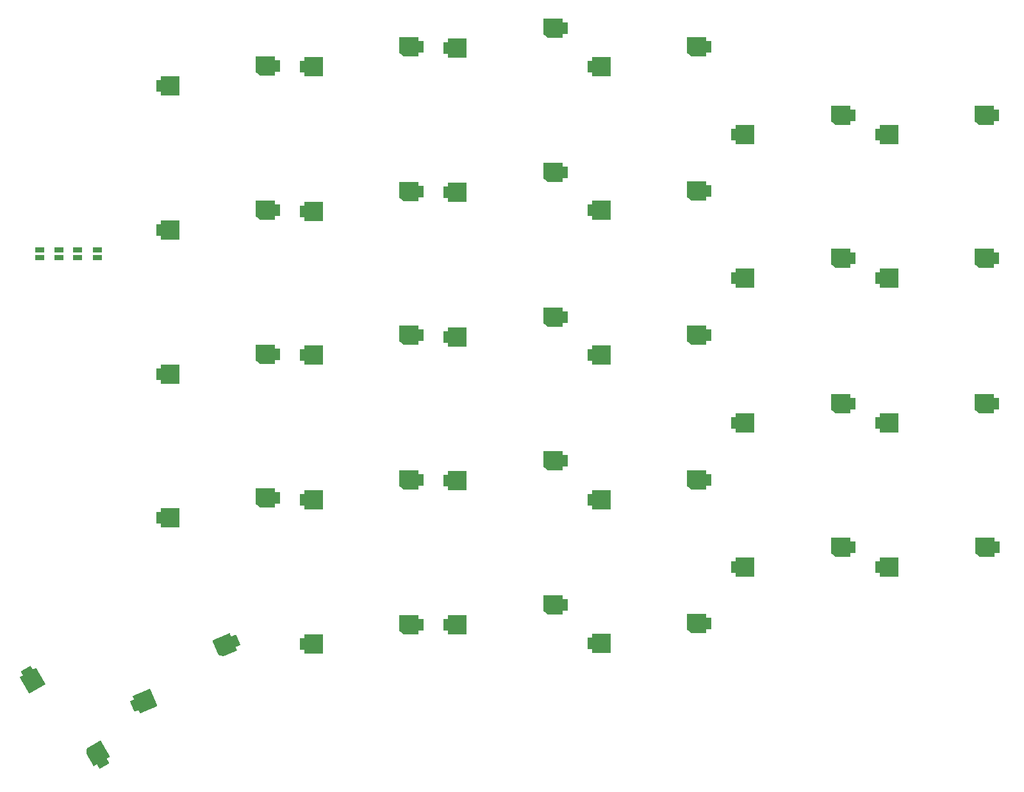
<source format=gbp>
G04 #@! TF.GenerationSoftware,KiCad,Pcbnew,9.0.0*
G04 #@! TF.CreationDate,2025-03-10T16:50:29+08:00*
G04 #@! TF.ProjectId,SofleKeyboard,536f666c-654b-4657-9962-6f6172642e6b,rev?*
G04 #@! TF.SameCoordinates,Original*
G04 #@! TF.FileFunction,Paste,Bot*
G04 #@! TF.FilePolarity,Positive*
%FSLAX46Y46*%
G04 Gerber Fmt 4.6, Leading zero omitted, Abs format (unit mm)*
G04 Created by KiCad (PCBNEW 9.0.0) date 2025-03-10 16:50:29*
%MOMM*%
%LPD*%
G01*
G04 APERTURE LIST*
G04 Aperture macros list*
%AMFreePoly0*
4,1,17,2.735355,1.235355,2.750000,1.200000,2.750000,-1.200000,2.735355,-1.235355,2.700000,-1.250000,0.300000,-1.250000,0.264645,-1.235355,0.250000,-1.200000,0.250000,-0.750000,-0.350000,-0.750000,-0.350000,0.750000,0.250000,0.750000,0.250000,1.200000,0.264645,1.235355,0.300000,1.250000,2.700000,1.250000,2.735355,1.235355,2.735355,1.235355,$1*%
%AMFreePoly1*
4,1,19,-0.364645,1.235355,-0.350000,1.200000,-0.350000,0.750000,0.350000,0.750000,0.350000,-0.750000,-0.350000,-0.750000,-0.350000,-1.200000,-0.364645,-1.235355,-0.400000,-1.250000,-2.300000,-1.250000,-2.331235,-1.239043,-2.831235,-0.839043,-2.849694,-0.805522,-2.850000,-0.800000,-2.850000,1.200000,-2.835355,1.235355,-2.800000,1.250000,-0.400000,1.250000,-0.364645,1.235355,-0.364645,1.235355,
$1*%
G04 Aperture macros list end*
%ADD10FreePoly0,0.000000*%
%ADD11FreePoly1,0.000000*%
%ADD12FreePoly0,300.000000*%
%ADD13FreePoly1,300.000000*%
%ADD14FreePoly0,23.000000*%
%ADD15FreePoly1,23.000000*%
%ADD16R,1.143000X0.635000*%
G04 APERTURE END LIST*
D10*
X112000000Y-47500000D03*
D11*
X127700000Y-44900000D03*
D10*
X112000000Y-66600000D03*
D11*
X127700000Y-64000000D03*
D10*
X112000000Y-85600000D03*
D11*
X127700000Y-83000000D03*
D10*
X112000000Y-104600000D03*
D11*
X127700000Y-102000000D03*
D12*
X94615064Y-124798784D03*
D13*
X104716730Y-137095383D03*
D14*
X108798881Y-129419952D03*
D15*
X122234906Y-120892161D03*
D10*
X131000000Y-121300000D03*
D11*
X146700000Y-118700000D03*
D10*
X150000000Y-118700000D03*
D11*
X165700000Y-116100000D03*
D10*
X131000000Y-83100000D03*
D11*
X146700000Y-80500000D03*
D10*
X131000000Y-102200000D03*
D11*
X146700000Y-99600000D03*
D10*
X131000000Y-64100000D03*
D11*
X146700000Y-61500000D03*
D10*
X131000000Y-45000000D03*
D11*
X146700000Y-42400000D03*
D10*
X150000000Y-80700000D03*
D11*
X165700000Y-78100000D03*
D10*
X150000000Y-42510000D03*
D11*
X165700000Y-39910000D03*
D10*
X150000000Y-61600000D03*
D11*
X165700000Y-59000000D03*
D10*
X150000000Y-99700000D03*
D11*
X165700000Y-97100000D03*
D10*
X169000000Y-102200000D03*
D11*
X184700000Y-99600000D03*
D10*
X169000000Y-64000000D03*
D11*
X184700000Y-61400000D03*
D10*
X169000000Y-121200000D03*
D11*
X184700000Y-118600000D03*
D10*
X169000000Y-83100000D03*
D11*
X184700000Y-80500000D03*
D10*
X169000000Y-45000000D03*
D11*
X184700000Y-42400000D03*
D10*
X188000000Y-54000000D03*
D11*
X203700000Y-51400000D03*
D10*
X188000000Y-111100000D03*
D11*
X203700000Y-108500000D03*
D10*
X207000000Y-92100000D03*
D11*
X222700000Y-89500000D03*
D10*
X207050000Y-111100000D03*
D11*
X222750000Y-108500000D03*
D10*
X207000000Y-54000000D03*
D11*
X222700000Y-51400000D03*
D10*
X207000000Y-72900000D03*
D11*
X222700000Y-70300000D03*
D10*
X188000000Y-92100000D03*
D11*
X203700000Y-89500000D03*
D10*
X188000000Y-72900000D03*
D11*
X203700000Y-70300000D03*
D16*
X101300000Y-70200380D03*
X101300000Y-69199620D03*
X98800000Y-70200380D03*
X98800000Y-69199620D03*
X96300000Y-70200380D03*
X96300000Y-69199620D03*
X103900000Y-70200380D03*
X103900000Y-69199620D03*
M02*

</source>
